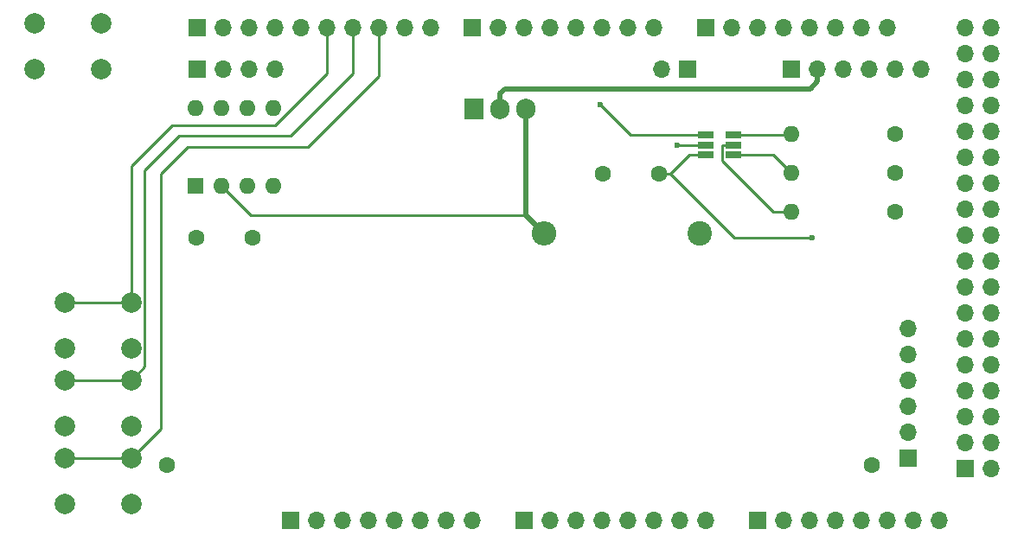
<source format=gbr>
G04 #@! TF.GenerationSoftware,KiCad,Pcbnew,(5.1.9)-1*
G04 #@! TF.CreationDate,2021-04-10T17:02:56+02:00*
G04 #@! TF.ProjectId,Battery_analyzer_MKII,42617474-6572-4795-9f61-6e616c797a65,2*
G04 #@! TF.SameCoordinates,Original*
G04 #@! TF.FileFunction,Copper,L1,Top*
G04 #@! TF.FilePolarity,Positive*
%FSLAX46Y46*%
G04 Gerber Fmt 4.6, Leading zero omitted, Abs format (unit mm)*
G04 Created by KiCad (PCBNEW (5.1.9)-1) date 2021-04-10 17:02:56*
%MOMM*%
%LPD*%
G01*
G04 APERTURE LIST*
G04 #@! TA.AperFunction,ComponentPad*
%ADD10R,1.700000X1.700000*%
G04 #@! TD*
G04 #@! TA.AperFunction,ComponentPad*
%ADD11O,1.700000X1.700000*%
G04 #@! TD*
G04 #@! TA.AperFunction,ComponentPad*
%ADD12O,1.600000X1.600000*%
G04 #@! TD*
G04 #@! TA.AperFunction,ComponentPad*
%ADD13R,1.600000X1.600000*%
G04 #@! TD*
G04 #@! TA.AperFunction,SMDPad,CuDef*
%ADD14R,1.560000X0.650000*%
G04 #@! TD*
G04 #@! TA.AperFunction,ComponentPad*
%ADD15C,2.000000*%
G04 #@! TD*
G04 #@! TA.AperFunction,ComponentPad*
%ADD16C,1.600000*%
G04 #@! TD*
G04 #@! TA.AperFunction,ComponentPad*
%ADD17O,2.400000X2.400000*%
G04 #@! TD*
G04 #@! TA.AperFunction,ComponentPad*
%ADD18C,2.400000*%
G04 #@! TD*
G04 #@! TA.AperFunction,ComponentPad*
%ADD19O,1.905000X2.000000*%
G04 #@! TD*
G04 #@! TA.AperFunction,ComponentPad*
%ADD20R,1.905000X2.000000*%
G04 #@! TD*
G04 #@! TA.AperFunction,ViaPad*
%ADD21C,0.600000*%
G04 #@! TD*
G04 #@! TA.AperFunction,Conductor*
%ADD22C,0.250000*%
G04 #@! TD*
G04 #@! TA.AperFunction,Conductor*
%ADD23C,0.500000*%
G04 #@! TD*
G04 APERTURE END LIST*
D10*
X197358000Y-114046000D03*
D11*
X199898000Y-114046000D03*
X197358000Y-111506000D03*
X199898000Y-111506000D03*
X197358000Y-108966000D03*
X199898000Y-108966000D03*
X197358000Y-106426000D03*
X199898000Y-106426000D03*
X197358000Y-103886000D03*
X199898000Y-103886000D03*
X197358000Y-101346000D03*
X199898000Y-101346000D03*
X197358000Y-98806000D03*
X199898000Y-98806000D03*
X197358000Y-96266000D03*
X199898000Y-96266000D03*
X197358000Y-93726000D03*
X199898000Y-93726000D03*
X197358000Y-91186000D03*
X199898000Y-91186000D03*
X197358000Y-88646000D03*
X199898000Y-88646000D03*
X197358000Y-86106000D03*
X199898000Y-86106000D03*
X197358000Y-83566000D03*
X199898000Y-83566000D03*
X197358000Y-81026000D03*
X199898000Y-81026000D03*
X197358000Y-78486000D03*
X199898000Y-78486000D03*
X197358000Y-75946000D03*
X199898000Y-75946000D03*
X197358000Y-73406000D03*
X199898000Y-73406000D03*
X197358000Y-70866000D03*
X199898000Y-70866000D03*
D12*
X122010000Y-78720000D03*
X129630000Y-86340000D03*
X124550000Y-78720000D03*
X127090000Y-86340000D03*
X127090000Y-78720000D03*
X124550000Y-86340000D03*
X129630000Y-78720000D03*
D13*
X122010000Y-86340000D03*
D14*
X174660000Y-82340000D03*
X174660000Y-81390000D03*
X174660000Y-83290000D03*
X171960000Y-83290000D03*
X171960000Y-82340000D03*
X171960000Y-81390000D03*
D15*
X115720000Y-113030000D03*
X115720000Y-117530000D03*
X109220000Y-113030000D03*
X109220000Y-117530000D03*
D16*
X119210000Y-113740000D03*
X188210000Y-113740000D03*
D11*
X167640000Y-74930000D03*
D10*
X170180000Y-74930000D03*
D15*
X115720000Y-105410000D03*
X115720000Y-109910000D03*
X109220000Y-105410000D03*
X109220000Y-109910000D03*
X115720000Y-97790000D03*
X115720000Y-102290000D03*
X109220000Y-97790000D03*
X109220000Y-102290000D03*
D10*
X180340000Y-74930000D03*
D11*
X182880000Y-74930000D03*
X185420000Y-74930000D03*
X187960000Y-74930000D03*
X190500000Y-74930000D03*
X193040000Y-74930000D03*
X129794000Y-74930000D03*
X127254000Y-74930000D03*
X124714000Y-74930000D03*
D10*
X122174000Y-74930000D03*
D15*
X106262646Y-74930000D03*
X106262646Y-70430000D03*
X112762646Y-74930000D03*
X112762646Y-70430000D03*
D12*
X180340000Y-81280000D03*
D16*
X190500000Y-81280000D03*
D12*
X180340000Y-88900000D03*
D16*
X190500000Y-88900000D03*
D12*
X180340000Y-85090000D03*
D16*
X190500000Y-85090000D03*
D17*
X156170000Y-91040000D03*
D18*
X171410000Y-91040000D03*
D19*
X154390000Y-78840000D03*
X151850000Y-78840000D03*
D20*
X149310000Y-78840000D03*
D11*
X191770000Y-100330000D03*
X191770000Y-102870000D03*
X191770000Y-105410000D03*
X191770000Y-107950000D03*
X191770000Y-110490000D03*
D10*
X191770000Y-113030000D03*
D16*
X161860000Y-85140000D03*
X167360000Y-85140000D03*
X127560000Y-91440000D03*
X122060000Y-91440000D03*
D11*
X149098000Y-119126000D03*
X146558000Y-119126000D03*
X144018000Y-119126000D03*
X141478000Y-119126000D03*
X138938000Y-119126000D03*
X136398000Y-119126000D03*
X133858000Y-119126000D03*
D10*
X131318000Y-119126000D03*
X154178000Y-119126000D03*
D11*
X156718000Y-119126000D03*
X159258000Y-119126000D03*
X161798000Y-119126000D03*
X164338000Y-119126000D03*
X166878000Y-119126000D03*
X169418000Y-119126000D03*
X171958000Y-119126000D03*
D10*
X177038000Y-119126000D03*
D11*
X179578000Y-119126000D03*
X182118000Y-119126000D03*
X184658000Y-119126000D03*
X187198000Y-119126000D03*
X189738000Y-119126000D03*
X192278000Y-119126000D03*
X194818000Y-119126000D03*
D10*
X122174000Y-70866000D03*
D11*
X124714000Y-70866000D03*
X127254000Y-70866000D03*
X129794000Y-70866000D03*
X132334000Y-70866000D03*
X134874000Y-70866000D03*
X137414000Y-70866000D03*
X139954000Y-70866000D03*
X142494000Y-70866000D03*
X145034000Y-70866000D03*
X166878000Y-70866000D03*
X164338000Y-70866000D03*
X161798000Y-70866000D03*
X159258000Y-70866000D03*
X156718000Y-70866000D03*
X154178000Y-70866000D03*
X151638000Y-70866000D03*
D10*
X149098000Y-70866000D03*
X171958000Y-70866000D03*
D11*
X174498000Y-70866000D03*
X177038000Y-70866000D03*
X179578000Y-70866000D03*
X182118000Y-70866000D03*
X184658000Y-70866000D03*
X187198000Y-70866000D03*
X189738000Y-70866000D03*
D21*
X182410000Y-91440000D03*
X169210000Y-82340000D03*
X161610000Y-78440000D03*
D22*
X168491370Y-85140000D02*
X167360000Y-85140000D01*
X182410000Y-91440000D02*
X174791370Y-91440000D01*
X168491370Y-85140000D02*
X170341370Y-83290000D01*
X170341370Y-83290000D02*
X171960000Y-83290000D01*
X174791370Y-91440000D02*
X168491370Y-85140000D01*
X115720000Y-97790000D02*
X115720000Y-84430000D01*
X115720000Y-84430000D02*
X119710000Y-80440000D01*
X134874000Y-75342029D02*
X134874000Y-72132000D01*
X129776029Y-80440000D02*
X134874000Y-75342029D01*
X134874000Y-72132000D02*
X134874000Y-70866000D01*
X119710000Y-80440000D02*
X129776029Y-80440000D01*
X114305787Y-97790000D02*
X109220000Y-97790000D01*
X115720000Y-97790000D02*
X114305787Y-97790000D01*
X137414000Y-75336000D02*
X137414000Y-70866000D01*
X117045001Y-104084999D02*
X117045001Y-84804999D01*
X115720000Y-105410000D02*
X117045001Y-104084999D01*
X117045001Y-84804999D02*
X120410000Y-81440000D01*
X120410000Y-81440000D02*
X131310000Y-81440000D01*
X131310000Y-81440000D02*
X137414000Y-75336000D01*
X114305787Y-105410000D02*
X109220000Y-105410000D01*
X115720000Y-105410000D02*
X114305787Y-105410000D01*
X115720000Y-113030000D02*
X118610000Y-110140000D01*
X118610000Y-110140000D02*
X118610000Y-85140000D01*
X118610000Y-85140000D02*
X121210000Y-82540000D01*
X121210000Y-82540000D02*
X133010000Y-82540000D01*
X139954000Y-75596000D02*
X139954000Y-70866000D01*
X133010000Y-82540000D02*
X139954000Y-75596000D01*
X115720000Y-113030000D02*
X109220000Y-113030000D01*
X178540000Y-83290000D02*
X180340000Y-85090000D01*
X174660000Y-83290000D02*
X178540000Y-83290000D01*
X179208630Y-88900000D02*
X180340000Y-88900000D01*
X173554999Y-83875001D02*
X178579998Y-88900000D01*
X173554999Y-82415001D02*
X173554999Y-83875001D01*
X173630000Y-82340000D02*
X173554999Y-82415001D01*
X178579998Y-88900000D02*
X179208630Y-88900000D01*
X174660000Y-82340000D02*
X173630000Y-82340000D01*
D23*
X154390000Y-89260000D02*
X156170000Y-91040000D01*
X154390000Y-78840000D02*
X154390000Y-89260000D01*
D22*
X127470000Y-89260000D02*
X154390000Y-89260000D01*
X124550000Y-86340000D02*
X127470000Y-89260000D01*
X171960000Y-82340000D02*
X169210000Y-82340000D01*
D23*
X151850000Y-77340000D02*
X151850000Y-78840000D01*
X152350000Y-76840000D02*
X151850000Y-77340000D01*
X182172081Y-76840000D02*
X152350000Y-76840000D01*
X182880000Y-76132081D02*
X182172081Y-76840000D01*
X182880000Y-74930000D02*
X182880000Y-76132081D01*
D22*
X180230000Y-81390000D02*
X180340000Y-81280000D01*
X174660000Y-81390000D02*
X180230000Y-81390000D01*
X164560000Y-81390000D02*
X161610000Y-78440000D01*
X164560000Y-81390000D02*
X171960000Y-81390000D01*
M02*

</source>
